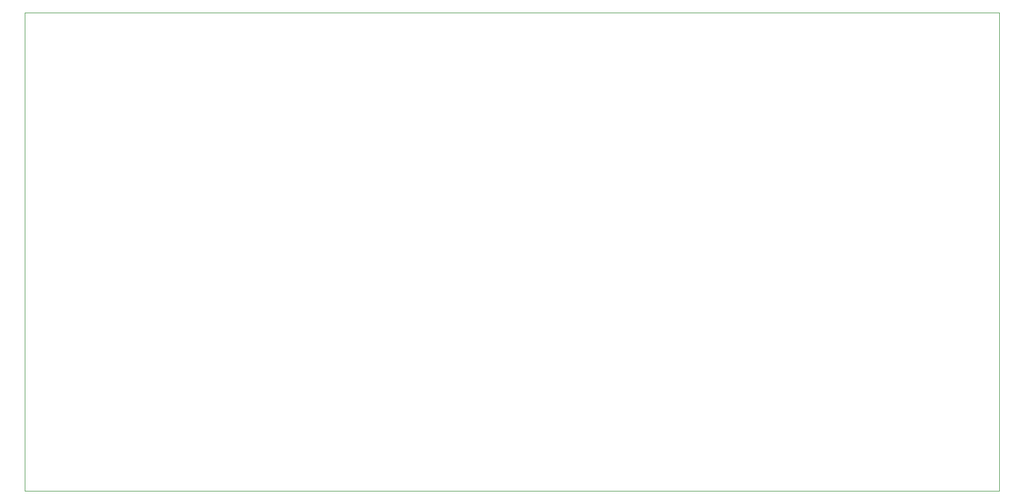
<source format=gbr>
%TF.GenerationSoftware,KiCad,Pcbnew,6.0.2+dfsg-1*%
%TF.CreationDate,2023-11-28T02:04:47+03:00*%
%TF.ProjectId,servodriver,73657276-6f64-4726-9976-65722e6b6963,rev?*%
%TF.SameCoordinates,Original*%
%TF.FileFunction,Profile,NP*%
%FSLAX46Y46*%
G04 Gerber Fmt 4.6, Leading zero omitted, Abs format (unit mm)*
G04 Created by KiCad (PCBNEW 6.0.2+dfsg-1) date 2023-11-28 02:04:47*
%MOMM*%
%LPD*%
G01*
G04 APERTURE LIST*
%TA.AperFunction,Profile*%
%ADD10C,0.100000*%
%TD*%
G04 APERTURE END LIST*
D10*
X78740000Y-38100000D02*
X228600000Y-38100000D01*
X228600000Y-38100000D02*
X228600000Y-111760000D01*
X228600000Y-111760000D02*
X78740000Y-111760000D01*
X78740000Y-111760000D02*
X78740000Y-38100000D01*
M02*

</source>
